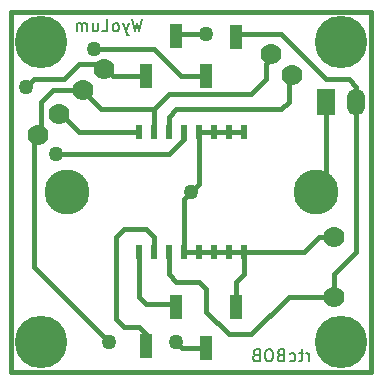
<source format=gbl>
G04 (created by PCBNEW-RS274X (2010-05-05 BZR 2356)-stable) date 12/23/10 16:21:37*
G01*
G70*
G90*
%MOIN*%
G04 Gerber Fmt 3.4, Leading zero omitted, Abs format*
%FSLAX34Y34*%
G04 APERTURE LIST*
%ADD10C,0.005000*%
%ADD11C,0.015000*%
%ADD12C,0.006000*%
%ADD13C,0.070000*%
%ADD14R,0.060000X0.090000*%
%ADD15O,0.060000X0.090000*%
%ADD16R,0.020000X0.045000*%
%ADD17C,0.175000*%
%ADD18R,0.040000X0.080000*%
%ADD19C,0.150000*%
%ADD20C,0.050000*%
G04 APERTURE END LIST*
G54D10*
G54D11*
X10000Y-22000D02*
X10000Y-10000D01*
X22000Y-22000D02*
X10000Y-22000D01*
X22000Y-10000D02*
X22000Y-22000D01*
X10000Y-10000D02*
X22000Y-10000D01*
G54D12*
X19924Y-21662D02*
X19924Y-21395D01*
X19924Y-21471D02*
X19905Y-21433D01*
X19886Y-21414D01*
X19848Y-21395D01*
X19809Y-21395D01*
X19733Y-21395D02*
X19581Y-21395D01*
X19676Y-21262D02*
X19676Y-21605D01*
X19657Y-21643D01*
X19619Y-21662D01*
X19581Y-21662D01*
X19275Y-21643D02*
X19313Y-21662D01*
X19390Y-21662D01*
X19428Y-21643D01*
X19447Y-21624D01*
X19466Y-21586D01*
X19466Y-21471D01*
X19447Y-21433D01*
X19428Y-21414D01*
X19390Y-21395D01*
X19313Y-21395D01*
X19275Y-21414D01*
X18970Y-21452D02*
X18913Y-21471D01*
X18894Y-21490D01*
X18875Y-21529D01*
X18875Y-21586D01*
X18894Y-21624D01*
X18913Y-21643D01*
X18951Y-21662D01*
X19104Y-21662D01*
X19104Y-21262D01*
X18970Y-21262D01*
X18932Y-21281D01*
X18913Y-21300D01*
X18894Y-21338D01*
X18894Y-21376D01*
X18913Y-21414D01*
X18932Y-21433D01*
X18970Y-21452D01*
X19104Y-21452D01*
X18628Y-21262D02*
X18551Y-21262D01*
X18513Y-21281D01*
X18475Y-21319D01*
X18456Y-21395D01*
X18456Y-21529D01*
X18475Y-21605D01*
X18513Y-21643D01*
X18551Y-21662D01*
X18628Y-21662D01*
X18666Y-21643D01*
X18704Y-21605D01*
X18723Y-21529D01*
X18723Y-21395D01*
X18704Y-21319D01*
X18666Y-21281D01*
X18628Y-21262D01*
X18151Y-21452D02*
X18094Y-21471D01*
X18075Y-21490D01*
X18056Y-21529D01*
X18056Y-21586D01*
X18075Y-21624D01*
X18094Y-21643D01*
X18132Y-21662D01*
X18285Y-21662D01*
X18285Y-21262D01*
X18151Y-21262D01*
X18113Y-21281D01*
X18094Y-21300D01*
X18075Y-21338D01*
X18075Y-21376D01*
X18094Y-21414D01*
X18113Y-21433D01*
X18151Y-21452D01*
X18285Y-21452D01*
X14364Y-10262D02*
X14269Y-10662D01*
X14192Y-10376D01*
X14116Y-10662D01*
X14021Y-10262D01*
X13907Y-10395D02*
X13812Y-10662D01*
X13716Y-10395D02*
X13812Y-10662D01*
X13850Y-10757D01*
X13869Y-10776D01*
X13907Y-10795D01*
X13507Y-10662D02*
X13545Y-10643D01*
X13564Y-10624D01*
X13583Y-10586D01*
X13583Y-10471D01*
X13564Y-10433D01*
X13545Y-10414D01*
X13507Y-10395D01*
X13449Y-10395D01*
X13411Y-10414D01*
X13392Y-10433D01*
X13373Y-10471D01*
X13373Y-10586D01*
X13392Y-10624D01*
X13411Y-10643D01*
X13449Y-10662D01*
X13507Y-10662D01*
X13011Y-10662D02*
X13202Y-10662D01*
X13202Y-10262D01*
X12706Y-10395D02*
X12706Y-10662D01*
X12878Y-10395D02*
X12878Y-10605D01*
X12859Y-10643D01*
X12821Y-10662D01*
X12763Y-10662D01*
X12725Y-10643D01*
X12706Y-10624D01*
X12516Y-10662D02*
X12516Y-10395D01*
X12516Y-10433D02*
X12497Y-10414D01*
X12459Y-10395D01*
X12401Y-10395D01*
X12363Y-10414D01*
X12344Y-10452D01*
X12344Y-10662D01*
X12344Y-10452D02*
X12325Y-10414D01*
X12287Y-10395D01*
X12230Y-10395D01*
X12192Y-10414D01*
X12173Y-10452D01*
X12173Y-10662D01*
G54D13*
X20750Y-19500D03*
X20750Y-17500D03*
G54D14*
X20500Y-13000D03*
G54D15*
X21500Y-13000D03*
G54D13*
X18646Y-11396D03*
X19354Y-12104D03*
X12396Y-12604D03*
X13104Y-11896D03*
X10896Y-14104D03*
X11604Y-13396D03*
G54D16*
X14250Y-14000D03*
X14750Y-14000D03*
X15250Y-14000D03*
X15750Y-14000D03*
X16250Y-14000D03*
X16750Y-14000D03*
X17250Y-14000D03*
X17750Y-14000D03*
X17750Y-18000D03*
X17250Y-18000D03*
X16750Y-18000D03*
X16250Y-18000D03*
X15750Y-18000D03*
X15250Y-18000D03*
X14750Y-18000D03*
X14250Y-18000D03*
G54D17*
X21000Y-11000D03*
X11000Y-11000D03*
X11000Y-21000D03*
X21000Y-21000D03*
G54D18*
X17500Y-10850D03*
X16500Y-12150D03*
X15500Y-10800D03*
X14500Y-12150D03*
X14500Y-21150D03*
X15500Y-19850D03*
X16500Y-21200D03*
X17500Y-19850D03*
G54D19*
X20150Y-16000D03*
X11850Y-16000D03*
G54D20*
X12750Y-11250D03*
X10500Y-12500D03*
X11500Y-14750D03*
X16500Y-10750D03*
X13250Y-21000D03*
X15500Y-21000D03*
X16000Y-16000D03*
G54D11*
X12250Y-14000D02*
X11750Y-13500D01*
X15650Y-12150D02*
X14750Y-11250D01*
X13000Y-11250D02*
X12750Y-11250D01*
X14750Y-11250D02*
X13000Y-11250D01*
X16500Y-12150D02*
X15650Y-12150D01*
X14250Y-14000D02*
X12250Y-14000D01*
X11750Y-13500D02*
X11604Y-13396D01*
X16500Y-19250D02*
X16250Y-19000D01*
X15250Y-18750D02*
X15250Y-18500D01*
X15500Y-19000D02*
X15250Y-18750D01*
X16250Y-19000D02*
X15500Y-19000D01*
X20750Y-19500D02*
X20750Y-18750D01*
X21500Y-18000D02*
X21500Y-16750D01*
X20750Y-18750D02*
X21500Y-18000D01*
X21500Y-13000D02*
X21500Y-12500D01*
X17250Y-20750D02*
X16500Y-20000D01*
X21500Y-16750D02*
X21500Y-16500D01*
X17500Y-10750D02*
X17500Y-10850D01*
X19000Y-10750D02*
X17500Y-10750D01*
X19500Y-11250D02*
X19000Y-10750D01*
X19500Y-11250D02*
X19500Y-11250D01*
X20500Y-12250D02*
X19500Y-11250D01*
X21250Y-12250D02*
X20500Y-12250D01*
X21500Y-12500D02*
X21250Y-12250D01*
X21500Y-13000D02*
X21500Y-16500D01*
X20750Y-19500D02*
X19250Y-19500D01*
X15250Y-18500D02*
X15250Y-18000D01*
X16500Y-20000D02*
X16500Y-19250D01*
X18000Y-20750D02*
X17250Y-20750D01*
X19250Y-19500D02*
X18000Y-20750D01*
X12250Y-11750D02*
X13000Y-11750D01*
X15750Y-14000D02*
X15750Y-14250D01*
X13000Y-11750D02*
X13104Y-11896D01*
X10750Y-12250D02*
X11750Y-12250D01*
X10500Y-12500D02*
X10750Y-12250D01*
X11750Y-12250D02*
X12250Y-11750D01*
X15250Y-14750D02*
X11500Y-14750D01*
X15750Y-14250D02*
X15250Y-14750D01*
X14500Y-12150D02*
X13400Y-12150D01*
X13250Y-12000D02*
X13104Y-11896D01*
X13400Y-12150D02*
X13250Y-12000D01*
X14250Y-18000D02*
X14250Y-18750D01*
X14250Y-18750D02*
X14250Y-19500D01*
X15500Y-19750D02*
X15500Y-19850D01*
X14500Y-19750D02*
X15500Y-19750D01*
X14250Y-19500D02*
X14500Y-19750D01*
X13500Y-19750D02*
X13500Y-20250D01*
X14500Y-20750D02*
X14500Y-21150D01*
X14250Y-20500D02*
X14500Y-20750D01*
X13750Y-20500D02*
X14250Y-20500D01*
X13500Y-20250D02*
X13750Y-20500D01*
X14750Y-17750D02*
X14750Y-17500D01*
X14750Y-18000D02*
X14750Y-17750D01*
X13750Y-17250D02*
X13500Y-17500D01*
X14500Y-17250D02*
X13750Y-17250D01*
X14750Y-17500D02*
X14500Y-17250D01*
X13500Y-17500D02*
X13500Y-19750D01*
X19250Y-12250D02*
X19354Y-12104D01*
X19250Y-13000D02*
X19250Y-12250D01*
X15250Y-13500D02*
X15500Y-13250D01*
X15500Y-13250D02*
X19000Y-13250D01*
X19000Y-13250D02*
X19250Y-13000D01*
X15250Y-14000D02*
X15250Y-13500D01*
X16500Y-10750D02*
X15500Y-10750D01*
X15500Y-10750D02*
X15500Y-10800D01*
X14750Y-14000D02*
X14750Y-13250D01*
X14750Y-13250D02*
X13000Y-13250D01*
X11000Y-13000D02*
X11000Y-14000D01*
X11000Y-14000D02*
X10896Y-14104D01*
X12396Y-12604D02*
X11396Y-12604D01*
X18500Y-11750D02*
X18750Y-11500D01*
X11396Y-12604D02*
X11000Y-13000D01*
X10750Y-14250D02*
X10896Y-14104D01*
X18000Y-12750D02*
X18500Y-12250D01*
X18750Y-11500D02*
X18646Y-11396D01*
X18500Y-12250D02*
X18500Y-11750D01*
X10750Y-18500D02*
X10750Y-14250D01*
X15250Y-12750D02*
X18000Y-12750D01*
X14750Y-13250D02*
X15250Y-12750D01*
X10750Y-18500D02*
X13250Y-21000D01*
X16500Y-21200D02*
X15700Y-21200D01*
X10750Y-14250D02*
X10896Y-14104D01*
X15700Y-21200D02*
X15500Y-21000D01*
X12500Y-12750D02*
X12396Y-12604D01*
X13000Y-13250D02*
X12500Y-12750D01*
X20750Y-17500D02*
X20250Y-17500D01*
X20250Y-17500D02*
X19750Y-18000D01*
X17250Y-14000D02*
X17750Y-14000D01*
X16250Y-15750D02*
X16000Y-16000D01*
X16250Y-14000D02*
X16750Y-14000D01*
X16250Y-14000D02*
X16250Y-15750D01*
X16750Y-14000D02*
X17250Y-14000D01*
X15750Y-16250D02*
X15750Y-18000D01*
X19750Y-18000D02*
X17750Y-18000D01*
X17750Y-18000D02*
X17750Y-18750D01*
X17500Y-19750D02*
X17500Y-19850D01*
X17500Y-19000D02*
X17500Y-19750D01*
X17750Y-18750D02*
X17500Y-19000D01*
X15750Y-16250D02*
X16000Y-16000D01*
X17250Y-18000D02*
X17750Y-18000D01*
X16750Y-18000D02*
X17250Y-18000D01*
X16250Y-18000D02*
X16750Y-18000D01*
X15750Y-18000D02*
X16250Y-18000D01*
X20250Y-16000D02*
X20150Y-16000D01*
X20500Y-15750D02*
X20250Y-16000D01*
X20500Y-13000D02*
X20500Y-15750D01*
M02*

</source>
